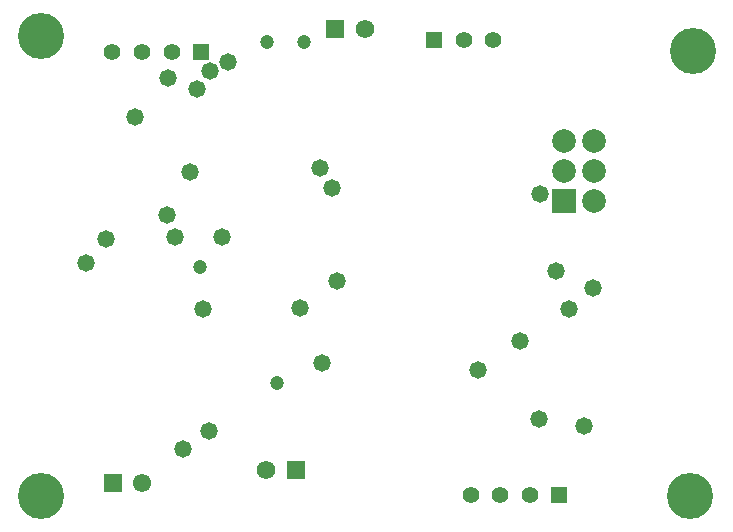
<source format=gbs>
G04*
G04 #@! TF.GenerationSoftware,Altium Limited,Altium Designer,24.5.2 (23)*
G04*
G04 Layer_Color=16711935*
%FSLAX44Y44*%
%MOMM*%
G71*
G04*
G04 #@! TF.SameCoordinates,4C0C2288-5299-42BB-A2D6-562D11BE746C*
G04*
G04*
G04 #@! TF.FilePolarity,Negative*
G04*
G01*
G75*
%ADD56R,1.4000X1.4000*%
%ADD57C,1.4000*%
%ADD58C,3.9032*%
%ADD59R,1.5700X1.5700*%
%ADD60C,1.5700*%
%ADD61C,1.5500*%
%ADD62R,1.5500X1.5500*%
%ADD63R,2.0032X2.0032*%
%ADD64C,2.0032*%
%ADD65C,1.4732*%
%ADD66C,1.2032*%
D56*
X165932Y405892D02*
D03*
X363512Y416052D02*
D03*
X469354Y31242D02*
D03*
D57*
X140932Y405892D02*
D03*
X115932D02*
D03*
X90932D02*
D03*
X413512Y416052D02*
D03*
X388512D02*
D03*
X394354Y31242D02*
D03*
X419354D02*
D03*
X444354D02*
D03*
D58*
X582168Y406654D02*
D03*
X30000Y30000D02*
D03*
X580000D02*
D03*
X30000Y420000D02*
D03*
D59*
X279654Y425958D02*
D03*
X246126Y52324D02*
D03*
D60*
X305054Y425958D02*
D03*
X220726Y52324D02*
D03*
D61*
X116078Y41656D02*
D03*
D62*
X91078D02*
D03*
D63*
X472948Y280416D02*
D03*
D64*
X498348D02*
D03*
X472948Y305816D02*
D03*
X498348D02*
D03*
X472948Y331216D02*
D03*
X498348D02*
D03*
D65*
X110236Y350774D02*
D03*
X85852Y247650D02*
D03*
X435610Y161544D02*
D03*
X249428Y189230D02*
D03*
X281178Y212598D02*
D03*
X68326Y227584D02*
D03*
X183642Y249576D02*
D03*
X136906Y268288D02*
D03*
X143764Y249936D02*
D03*
X490474Y89916D02*
D03*
X451866Y95250D02*
D03*
X267970Y143002D02*
D03*
X266700Y307594D02*
D03*
X400050Y137160D02*
D03*
X167894Y188976D02*
D03*
X162324Y374867D02*
D03*
X188468Y397510D02*
D03*
X173482Y390144D02*
D03*
X156464Y304546D02*
D03*
X497840Y206502D02*
D03*
X452628Y285750D02*
D03*
X466852Y220726D02*
D03*
X477266Y188722D02*
D03*
X172720Y85598D02*
D03*
X150876Y70104D02*
D03*
X137922Y383794D02*
D03*
X276860Y291338D02*
D03*
D66*
X252730Y414528D02*
D03*
X230495Y125984D02*
D03*
X165100Y224028D02*
D03*
X221742Y414274D02*
D03*
M02*

</source>
